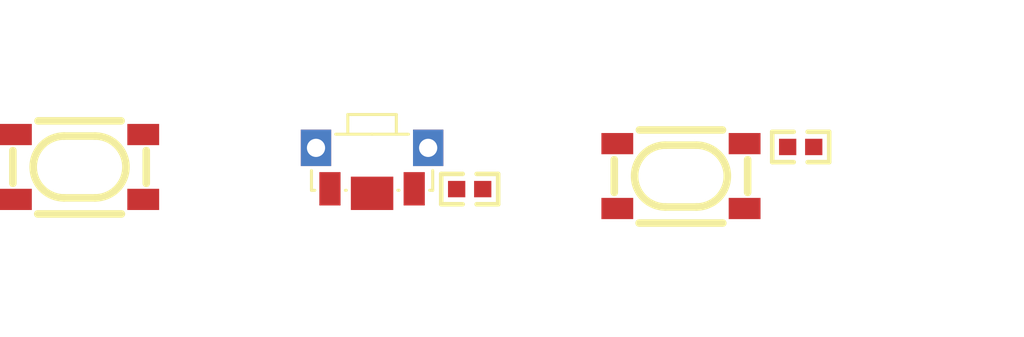
<source format=kicad_pcb>
(kicad_pcb (version 20241229) (generator "pcbnew") (generator_version "9.0")
  (layers (0 "F.Cu" signal) (2 "B.Cu" signal) (13 "F.Paste" user) (15 "B.Paste" user) (5 "F.SilkS" user "F.Silkscreen") (7 "B.SilkS" user "B.Silkscreen") (1 "F.Mask" user) (3 "B.Mask" user) (25 "Edge.Cuts" user))
  (net 0 "")
  (net 1 "VCC")
  (net 2 "signal_a")
  (net 3 "pullup_signal")
  (net 4 "pulldown_signal")
  (net 5 "_4")
  (net 6 "GND")
  (net 7 "signal_b")
  (net 8 "_3")
  (footprint "UNI_ROYAL_0402WGF1002TCE:R0402" (layer "F.Cu") (at 157.75 87.42 180)
    (property "Reference" "R2" (hide yes))
    (property "Value" "10kΩ ±1% 62.5mW")
    (fp_line (start 0.94 0.5) (end 0.94 -0.5) (stroke (width 0.15)) (layer "F.SilkS"))
    (fp_line (start 0.94 -0.5) (end 0.23 -0.5) (stroke (width 0.15)) (layer "F.SilkS"))
    (fp_line (start 0.23 0.5) (end 0.94 0.5) (stroke (width 0.15)) (layer "F.SilkS"))
    (fp_line (start -0.23 0.5) (end -0.94 0.5) (stroke (width 0.15)) (layer "F.SilkS"))
    (fp_line (start -0.94 0.5) (end -0.94 -0.5) (stroke (width 0.15)) (layer "F.SilkS"))
    (fp_line (start -0.94 -0.5) (end -0.23 -0.5) (stroke (width 0.15)) (layer "F.SilkS"))
    (pad "1" smd rect (at -0.43 0 180) (size 0.57 0.54) (layers "F.Cu" "F.Mask" "F.Paste") (net 1 "VCC"))
    (pad "2" smd rect (at 0.43 0 180) (size 0.57 0.54) (layers "F.Cu" "F.Mask" "F.Paste") (net 3 "pullup_signal"))
  )
  (footprint "ALPSALPINE_SKRPACE010:KEY-SMD_4P-L4.2-W3.2-P2.20-LS4.6" (layer "F.Cu") (at 144.88 86.69 0)
    (property "Reference" "SW1" (hide yes))
    (property "Value" "")
    (fp_line (start -2.2 -0.54) (end -2.2 0.54) (stroke (width 0.25)) (layer "F.SilkS"))
    (fp_line (start -1.38 1.55) (end 1.38 1.55) (stroke (width 0.25)) (layer "F.SilkS"))
    (fp_line (start -0.51 -1.02) (end 0.51 -1.02) (stroke (width 0.25)) (layer "F.SilkS"))
    (fp_line (start -0.51 1.02) (end 0.51 1.02) (stroke (width 0.25)) (layer "F.SilkS"))
    (fp_line (start 1.37 -1.52) (end -1.37 -1.52) (stroke (width 0.25)) (layer "F.SilkS"))
    (fp_line (start 2.2 -0.54) (end 2.2 0.54) (stroke (width 0.25)) (layer "F.SilkS"))
    (fp_arc (start -0.51 1.02) (mid -1.53 0) (end -0.51 -1.02) (stroke (width 0.25)) (layer "F.SilkS"))
    (fp_arc (start 0.51 -1.02) (mid 1.53 0) (end 0.51 1.02) (stroke (width 0.25)) (layer "F.SilkS"))
    (pad "1" smd rect (at -2.1 -1.07 0) (size 1.05 0.7) (layers "F.Cu" "F.Mask" "F.Paste") (net 2 "signal_a"))
    (pad "2" smd rect (at 2.1 -1.07 0) (size 1.05 0.7) (layers "F.Cu" "F.Mask" "F.Paste") (net 2 "signal_a"))
    (pad "3" smd rect (at -2.1 1.07 0) (size 1.05 0.7) (layers "F.Cu" "F.Mask" "F.Paste") (net 7 "signal_b"))
    (pad "4" smd rect (at 2.1 1.07 0) (size 1.05 0.7) (layers "F.Cu" "F.Mask" "F.Paste") (net 7 "signal_b"))
  )
  (footprint "UNI_ROYAL_0402WGF1002TCE:R0402" (layer "F.Cu") (at 168.67 86.03 180)
    (property "Reference" "R1" (hide yes))
    (property "Value" "10kΩ ±1% 62.5mW")
    (fp_line (start 0.94 0.5) (end 0.94 -0.5) (stroke (width 0.15)) (layer "F.SilkS"))
    (fp_line (start 0.94 -0.5) (end 0.23 -0.5) (stroke (width 0.15)) (layer "F.SilkS"))
    (fp_line (start 0.23 0.5) (end 0.94 0.5) (stroke (width 0.15)) (layer "F.SilkS"))
    (fp_line (start -0.23 0.5) (end -0.94 0.5) (stroke (width 0.15)) (layer "F.SilkS"))
    (fp_line (start -0.94 0.5) (end -0.94 -0.5) (stroke (width 0.15)) (layer "F.SilkS"))
    (fp_line (start -0.94 -0.5) (end -0.23 -0.5) (stroke (width 0.15)) (layer "F.SilkS"))
    (pad "1" smd rect (at -0.43 0 180) (size 0.57 0.54) (layers "F.Cu" "F.Mask" "F.Paste") (net 6 "GND"))
    (pad "2" smd rect (at 0.43 0 180) (size 0.57 0.54) (layers "F.Cu" "F.Mask" "F.Paste") (net 4 "pulldown_signal"))
  )
  (footprint "ALPSALPINE_SKTDLDE010:KEY-SMD_SKTDLDE010" (layer "F.Cu") (at 154.53 86.81 0)
    (property "Reference" "SW3" (hide yes))
    (property "Value" "")
    (fp_line (start -2 0.65) (end -2 0) (stroke (width 0.1)) (layer "F.SilkS"))
    (fp_line (start -2 0.65) (end -1.89 0.65) (stroke (width 0.1)) (layer "F.SilkS"))
    (fp_line (start -0.88 0.65) (end -0.85 0.65) (stroke (width 0.1)) (layer "F.SilkS"))
    (fp_line (start -0.8 -1.85) (end 0.8 -1.85) (stroke (width 0.1)) (layer "F.SilkS"))
    (fp_line (start -0.8 -1.25) (end -0.8 -1.85) (stroke (width 0.1)) (layer "F.SilkS"))
    (fp_line (start 0 -1.2) (end -1.2 -1.2) (stroke (width 0.1)) (layer "F.SilkS"))
    (fp_line (start 0 -1.2) (end 1.2 -1.2) (stroke (width 0.1)) (layer "F.SilkS"))
    (fp_line (start 0.8 -1.85) (end 0.8 -1.25) (stroke (width 0.1)) (layer "F.SilkS"))
    (fp_line (start 0.85 0.65) (end 0.89 0.65) (stroke (width 0.1)) (layer "F.SilkS"))
    (fp_line (start 1.9 0.65) (end 2 0.65) (stroke (width 0.1)) (layer "F.SilkS"))
    (fp_line (start 2 0.65) (end 2 0) (stroke (width 0.1)) (layer "F.SilkS"))
    (pad "1" smd rect (at 1.39 0.6 0) (size 0.7 1.1) (layers "F.Cu" "F.Mask" "F.Paste") (net 3 "pullup_signal"))
    (pad "2" smd rect (at -1.39 0.6 0) (size 0.7 1.1) (layers "F.Cu" "F.Mask" "F.Paste") (net 6 "GND"))
    (pad "3" smd rect (at 0 0.75 0) (size 1.4 1.1) (layers "F.Cu" "F.Mask" "F.Paste") (net 8 "_3"))
    (pad "4" thru_hole rect (at -1.85 -0.75 0) (size 1 1.2) (drill 0.599948) (layers "*.Cu" "*.Mask") (net 5 "_4"))
    (pad "4" thru_hole rect (at 1.85 -0.75 0) (size 1 1.2) (drill 0.599948) (layers "*.Cu" "*.Mask") (net 5 "_4"))
  )
  (footprint "ALPSALPINE_SKRPACE010:KEY-SMD_4P-L4.2-W3.2-P2.20-LS4.6" (layer "F.Cu") (at 164.72 86.99 0)
    (property "Reference" "SW2" (hide yes))
    (property "Value" "")
    (fp_line (start -2.2 -0.54) (end -2.2 0.54) (stroke (width 0.25)) (layer "F.SilkS"))
    (fp_line (start -1.38 1.55) (end 1.38 1.55) (stroke (width 0.25)) (layer "F.SilkS"))
    (fp_line (start -0.51 -1.02) (end 0.51 -1.02) (stroke (width 0.25)) (layer "F.SilkS"))
    (fp_line (start -0.51 1.02) (end 0.51 1.02) (stroke (width 0.25)) (layer "F.SilkS"))
    (fp_line (start 1.37 -1.52) (end -1.37 -1.52) (stroke (width 0.25)) (layer "F.SilkS"))
    (fp_line (start 2.2 -0.54) (end 2.2 0.54) (stroke (width 0.25)) (layer "F.SilkS"))
    (fp_arc (start -0.51 1.02) (mid -1.53 0) (end -0.51 -1.02) (stroke (width 0.25)) (layer "F.SilkS"))
    (fp_arc (start 0.51 -1.02) (mid 1.53 0) (end 0.51 1.02) (stroke (width 0.25)) (layer "F.SilkS"))
    (pad "1" smd rect (at -2.1 -1.07 0) (size 1.05 0.7) (layers "F.Cu" "F.Mask" "F.Paste") (net 4 "pulldown_signal"))
    (pad "2" smd rect (at 2.1 -1.07 0) (size 1.05 0.7) (layers "F.Cu" "F.Mask" "F.Paste") (net 4 "pulldown_signal"))
    (pad "3" smd rect (at -2.1 1.07 0) (size 1.05 0.7) (layers "F.Cu" "F.Mask" "F.Paste") (net 1 "VCC"))
    (pad "4" smd rect (at 2.1 1.07 0) (size 1.05 0.7) (layers "F.Cu" "F.Mask" "F.Paste") (net 1 "VCC"))
  )
)
</source>
